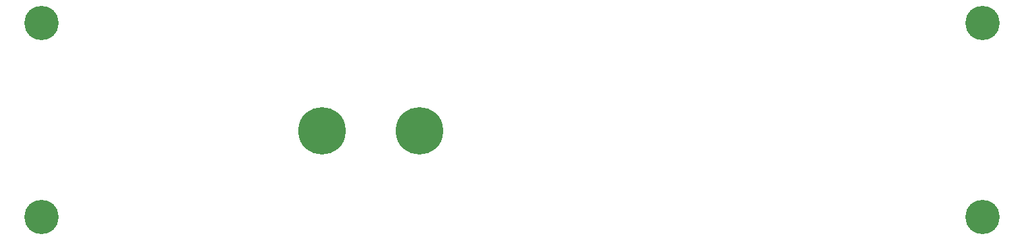
<source format=gbr>
G04 EAGLE Gerber RS-274X export*
G75*
%MOMM*%
%FSLAX34Y34*%
%LPD*%
%INSoldermask Top*%
%IPPOS*%
%AMOC8*
5,1,8,0,0,1.08239X$1,22.5*%
G01*
%ADD10C,6.101600*%
%ADD11C,4.417600*%


D10*
X419764Y167800D03*
X544764Y167800D03*
D11*
X59210Y306600D03*
X59210Y56700D03*
X1269210Y56700D03*
X1269210Y306600D03*
M02*

</source>
